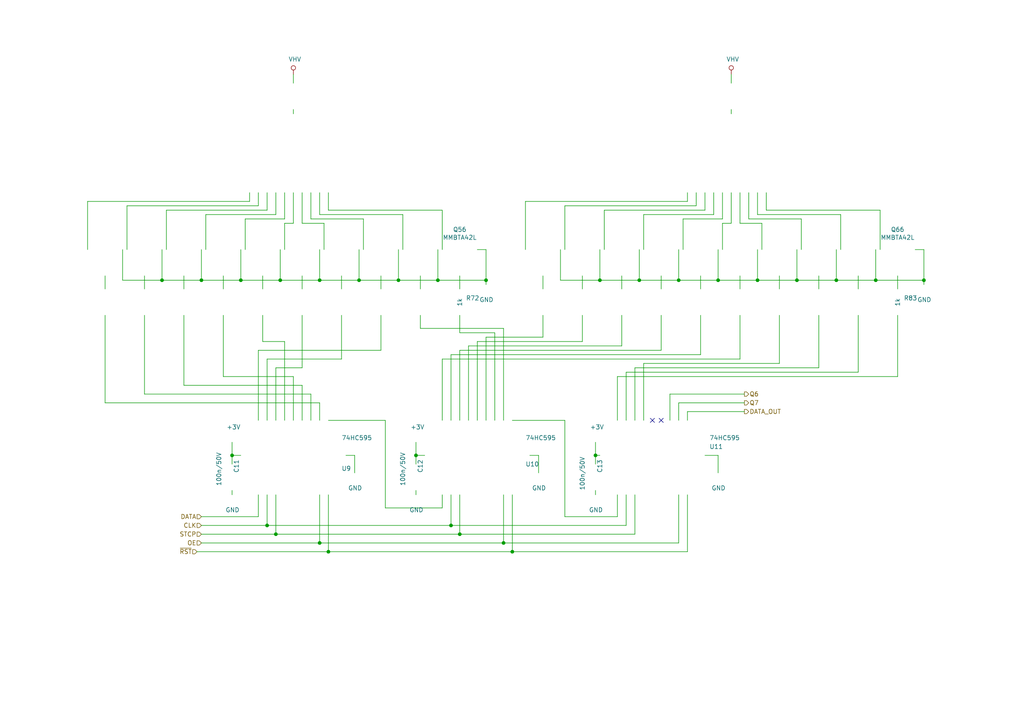
<source format=kicad_sch>
(kicad_sch (version 20210126) (generator eeschema)
  (paper "A4")
  (title_block (title "Noyce Joyce - Nixie Clock") (date "2020-08-21") (rev "100A") (company "Designed by Najtvis") (comment 4 "6x nixie tubes statically driven with adjustable anode voltage"))
  (lib_symbols
    (symbol "nixie_clock-rescue:VHV-power-nixie_clock-rescue" (power) (pin_names (offset 0))
      (property "Value" "VHV-power-nixie_clock-rescue" (at 0 3.81 0))
      (symbol "VHV-power-nixie_clock-rescue_0_1"
        (circle (center 0 1.905) (radius 0.635))
        (polyline (pts (xy 0 0) (xy 0 1.27)))
      )
      (symbol "VHV-power-nixie_clock-rescue_1_1"
        (pin power_in line (at 0 0 90) (length 0) hide (name "VHV") (number "1"))
      )
    )
  )
  (junction (at 46.99 81.28) (diameter 0.9144))
  (junction (at 58.42 81.28) (diameter 0.9144))
  (junction (at 67.31 132.08) (diameter 0.9144))
  (junction (at 69.85 81.28) (diameter 0.9144))
  (junction (at 77.47 152.4) (diameter 0.9144))
  (junction (at 80.01 154.94) (diameter 0.9144))
  (junction (at 81.28 81.28) (diameter 0.9144))
  (junction (at 92.71 81.28) (diameter 0.9144))
  (junction (at 92.71 157.48) (diameter 0.9144))
  (junction (at 95.25 160.02) (diameter 0.9144))
  (junction (at 104.14 81.28) (diameter 0.9144))
  (junction (at 115.57 81.28) (diameter 0.9144))
  (junction (at 120.65 132.08) (diameter 0.9144))
  (junction (at 127 81.28) (diameter 0.9144))
  (junction (at 130.81 152.4) (diameter 0.9144))
  (junction (at 133.35 154.94) (diameter 0.9144))
  (junction (at 140.97 81.28) (diameter 0.9144))
  (junction (at 146.05 157.48) (diameter 0.9144))
  (junction (at 148.59 160.02) (diameter 0.9144))
  (junction (at 172.72 132.08) (diameter 0.9144))
  (junction (at 173.99 81.28) (diameter 0.9144))
  (junction (at 185.42 81.28) (diameter 0.9144))
  (junction (at 196.85 81.28) (diameter 0.9144))
  (junction (at 208.28 81.28) (diameter 0.9144))
  (junction (at 219.71 81.28) (diameter 0.9144))
  (junction (at 231.14 81.28) (diameter 0.9144))
  (junction (at 242.57 81.28) (diameter 0.9144))
  (junction (at 254 81.28) (diameter 0.9144))
  (junction (at 267.97 81.28) (diameter 0.9144))
  (no_connect (at 189.23 121.92))
  (no_connect (at 191.77 121.92))
  (wire (pts (xy 25.4 58.42) (xy 72.39 58.42)))
  (wire (pts (xy 25.4 72.39) (xy 25.4 58.42)))
  (wire (pts (xy 30.48 83.82) (xy 30.48 80.01)))
  (wire (pts (xy 30.48 116.84) (xy 30.48 91.44)))
  (wire (pts (xy 30.48 116.84) (xy 92.71 116.84)))
  (wire (pts (xy 35.56 72.39) (xy 35.56 81.28)))
  (wire (pts (xy 35.56 81.28) (xy 46.99 81.28)))
  (wire (pts (xy 36.83 59.69) (xy 74.93 59.69)))
  (wire (pts (xy 36.83 72.39) (xy 36.83 59.69)))
  (wire (pts (xy 41.91 80.01) (xy 41.91 83.82)))
  (wire (pts (xy 41.91 114.3) (xy 41.91 91.44)))
  (wire (pts (xy 41.91 114.3) (xy 90.17 114.3)))
  (wire (pts (xy 46.99 72.39) (xy 46.99 81.28)))
  (wire (pts (xy 46.99 81.28) (xy 58.42 81.28)))
  (wire (pts (xy 48.26 60.96) (xy 48.26 72.39)))
  (wire (pts (xy 53.34 83.82) (xy 53.34 80.01)))
  (wire (pts (xy 53.34 111.76) (xy 53.34 91.44)))
  (wire (pts (xy 53.34 111.76) (xy 87.63 111.76)))
  (wire (pts (xy 57.15 160.02) (xy 95.25 160.02)))
  (wire (pts (xy 58.42 72.39) (xy 58.42 81.28)))
  (wire (pts (xy 58.42 81.28) (xy 69.85 81.28)))
  (wire (pts (xy 58.42 149.86) (xy 74.93 149.86)))
  (wire (pts (xy 58.42 152.4) (xy 77.47 152.4)))
  (wire (pts (xy 58.42 154.94) (xy 80.01 154.94)))
  (wire (pts (xy 58.42 157.48) (xy 92.71 157.48)))
  (wire (pts (xy 59.69 62.23) (xy 80.01 62.23)))
  (wire (pts (xy 59.69 72.39) (xy 59.69 62.23)))
  (wire (pts (xy 64.77 80.01) (xy 64.77 83.82)))
  (wire (pts (xy 64.77 109.22) (xy 64.77 91.44)))
  (wire (pts (xy 64.77 109.22) (xy 85.09 109.22)))
  (wire (pts (xy 67.31 132.08) (xy 67.31 128.27)))
  (wire (pts (xy 67.31 134.62) (xy 67.31 132.08)))
  (wire (pts (xy 67.31 143.51) (xy 67.31 142.24)))
  (wire (pts (xy 69.85 72.39) (xy 69.85 81.28)))
  (wire (pts (xy 69.85 81.28) (xy 81.28 81.28)))
  (wire (pts (xy 69.85 132.08) (xy 67.31 132.08)))
  (wire (pts (xy 71.12 63.5) (xy 71.12 72.39)))
  (wire (pts (xy 72.39 58.42) (xy 72.39 55.88)))
  (wire (pts (xy 74.93 59.69) (xy 74.93 55.88)))
  (wire (pts (xy 74.93 101.6) (xy 74.93 121.92)))
  (wire (pts (xy 74.93 101.6) (xy 110.49 101.6)))
  (wire (pts (xy 74.93 149.86) (xy 74.93 143.51)))
  (wire (pts (xy 76.2 83.82) (xy 76.2 80.01)))
  (wire (pts (xy 76.2 99.06) (xy 76.2 91.44)))
  (wire (pts (xy 76.2 99.06) (xy 82.55 99.06)))
  (wire (pts (xy 77.47 55.88) (xy 77.47 60.96)))
  (wire (pts (xy 77.47 60.96) (xy 48.26 60.96)))
  (wire (pts (xy 77.47 104.14) (xy 77.47 121.92)))
  (wire (pts (xy 77.47 104.14) (xy 99.06 104.14)))
  (wire (pts (xy 77.47 152.4) (xy 77.47 143.51)))
  (wire (pts (xy 77.47 152.4) (xy 130.81 152.4)))
  (wire (pts (xy 80.01 62.23) (xy 80.01 55.88)))
  (wire (pts (xy 80.01 106.68) (xy 80.01 121.92)))
  (wire (pts (xy 80.01 143.51) (xy 80.01 154.94)))
  (wire (pts (xy 80.01 154.94) (xy 133.35 154.94)))
  (wire (pts (xy 81.28 72.39) (xy 81.28 81.28)))
  (wire (pts (xy 81.28 81.28) (xy 92.71 81.28)))
  (wire (pts (xy 82.55 55.88) (xy 82.55 63.5)))
  (wire (pts (xy 82.55 63.5) (xy 71.12 63.5)))
  (wire (pts (xy 82.55 64.77) (xy 85.09 64.77)))
  (wire (pts (xy 82.55 72.39) (xy 82.55 64.77)))
  (wire (pts (xy 82.55 99.06) (xy 82.55 121.92)))
  (wire (pts (xy 85.09 24.13) (xy 85.09 21.59)))
  (wire (pts (xy 85.09 31.75) (xy 85.09 33.02)))
  (wire (pts (xy 85.09 64.77) (xy 85.09 55.88)))
  (wire (pts (xy 85.09 109.22) (xy 85.09 121.92)))
  (wire (pts (xy 87.63 55.88) (xy 87.63 64.77)))
  (wire (pts (xy 87.63 64.77) (xy 93.98 64.77)))
  (wire (pts (xy 87.63 80.01) (xy 87.63 83.82)))
  (wire (pts (xy 87.63 91.44) (xy 87.63 106.68)))
  (wire (pts (xy 87.63 106.68) (xy 80.01 106.68)))
  (wire (pts (xy 87.63 111.76) (xy 87.63 121.92)))
  (wire (pts (xy 90.17 63.5) (xy 90.17 55.88)))
  (wire (pts (xy 90.17 114.3) (xy 90.17 121.92)))
  (wire (pts (xy 92.71 62.23) (xy 92.71 55.88)))
  (wire (pts (xy 92.71 72.39) (xy 92.71 81.28)))
  (wire (pts (xy 92.71 81.28) (xy 104.14 81.28)))
  (wire (pts (xy 92.71 116.84) (xy 92.71 121.92)))
  (wire (pts (xy 92.71 143.51) (xy 92.71 157.48)))
  (wire (pts (xy 92.71 157.48) (xy 146.05 157.48)))
  (wire (pts (xy 93.98 64.77) (xy 93.98 72.39)))
  (wire (pts (xy 95.25 55.88) (xy 95.25 60.96)))
  (wire (pts (xy 95.25 60.96) (xy 128.27 60.96)))
  (wire (pts (xy 95.25 121.92) (xy 111.76 121.92)))
  (wire (pts (xy 95.25 143.51) (xy 95.25 160.02)))
  (wire (pts (xy 95.25 160.02) (xy 148.59 160.02)))
  (wire (pts (xy 99.06 83.82) (xy 99.06 80.01)))
  (wire (pts (xy 99.06 104.14) (xy 99.06 91.44)))
  (wire (pts (xy 100.33 132.08) (xy 102.87 132.08)))
  (wire (pts (xy 102.87 132.08) (xy 102.87 137.16)))
  (wire (pts (xy 104.14 72.39) (xy 104.14 81.28)))
  (wire (pts (xy 104.14 81.28) (xy 115.57 81.28)))
  (wire (pts (xy 105.41 63.5) (xy 90.17 63.5)))
  (wire (pts (xy 105.41 72.39) (xy 105.41 63.5)))
  (wire (pts (xy 110.49 80.01) (xy 110.49 83.82)))
  (wire (pts (xy 110.49 101.6) (xy 110.49 91.44)))
  (wire (pts (xy 111.76 121.92) (xy 111.76 147.32)))
  (wire (pts (xy 111.76 147.32) (xy 128.27 147.32)))
  (wire (pts (xy 115.57 72.39) (xy 115.57 81.28)))
  (wire (pts (xy 115.57 81.28) (xy 127 81.28)))
  (wire (pts (xy 116.84 62.23) (xy 92.71 62.23)))
  (wire (pts (xy 116.84 72.39) (xy 116.84 62.23)))
  (wire (pts (xy 120.65 132.08) (xy 120.65 128.27)))
  (wire (pts (xy 120.65 134.62) (xy 120.65 132.08)))
  (wire (pts (xy 120.65 142.24) (xy 120.65 143.51)))
  (wire (pts (xy 121.92 83.82) (xy 121.92 80.01)))
  (wire (pts (xy 121.92 91.44) (xy 121.92 95.25)))
  (wire (pts (xy 121.92 95.25) (xy 146.05 95.25)))
  (wire (pts (xy 123.19 132.08) (xy 120.65 132.08)))
  (wire (pts (xy 127 72.39) (xy 127 81.28)))
  (wire (pts (xy 127 81.28) (xy 140.97 81.28)))
  (wire (pts (xy 128.27 60.96) (xy 128.27 72.39)))
  (wire (pts (xy 128.27 104.14) (xy 128.27 121.92)))
  (wire (pts (xy 128.27 104.14) (xy 214.63 104.14)))
  (wire (pts (xy 128.27 147.32) (xy 128.27 143.51)))
  (wire (pts (xy 130.81 102.87) (xy 130.81 121.92)))
  (wire (pts (xy 130.81 102.87) (xy 203.2 102.87)))
  (wire (pts (xy 130.81 143.51) (xy 130.81 152.4)))
  (wire (pts (xy 130.81 152.4) (xy 181.61 152.4)))
  (wire (pts (xy 133.35 80.01) (xy 133.35 83.82)))
  (wire (pts (xy 133.35 96.52) (xy 133.35 91.44)))
  (wire (pts (xy 133.35 96.52) (xy 143.51 96.52)))
  (wire (pts (xy 133.35 101.6) (xy 133.35 121.92)))
  (wire (pts (xy 133.35 101.6) (xy 191.77 101.6)))
  (wire (pts (xy 133.35 143.51) (xy 133.35 154.94)))
  (wire (pts (xy 133.35 154.94) (xy 184.15 154.94)))
  (wire (pts (xy 135.89 100.33) (xy 135.89 121.92)))
  (wire (pts (xy 135.89 100.33) (xy 180.34 100.33)))
  (wire (pts (xy 138.43 72.39) (xy 140.97 72.39)))
  (wire (pts (xy 138.43 121.92) (xy 138.43 99.06)))
  (wire (pts (xy 140.97 72.39) (xy 140.97 81.28)))
  (wire (pts (xy 140.97 81.28) (xy 140.97 82.55)))
  (wire (pts (xy 140.97 97.79) (xy 140.97 121.92)))
  (wire (pts (xy 140.97 97.79) (xy 157.48 97.79)))
  (wire (pts (xy 143.51 96.52) (xy 143.51 121.92)))
  (wire (pts (xy 146.05 95.25) (xy 146.05 121.92)))
  (wire (pts (xy 146.05 143.51) (xy 146.05 157.48)))
  (wire (pts (xy 146.05 157.48) (xy 196.85 157.48)))
  (wire (pts (xy 148.59 121.92) (xy 163.83 121.92)))
  (wire (pts (xy 148.59 143.51) (xy 148.59 160.02)))
  (wire (pts (xy 148.59 160.02) (xy 199.39 160.02)))
  (wire (pts (xy 152.4 58.42) (xy 199.39 58.42)))
  (wire (pts (xy 152.4 72.39) (xy 152.4 58.42)))
  (wire (pts (xy 153.67 132.08) (xy 156.21 132.08)))
  (wire (pts (xy 156.21 132.08) (xy 156.21 137.16)))
  (wire (pts (xy 157.48 83.82) (xy 157.48 80.01)))
  (wire (pts (xy 157.48 97.79) (xy 157.48 91.44)))
  (wire (pts (xy 162.56 72.39) (xy 162.56 81.28)))
  (wire (pts (xy 162.56 81.28) (xy 173.99 81.28)))
  (wire (pts (xy 163.83 59.69) (xy 201.93 59.69)))
  (wire (pts (xy 163.83 72.39) (xy 163.83 59.69)))
  (wire (pts (xy 163.83 121.92) (xy 163.83 149.86)))
  (wire (pts (xy 163.83 149.86) (xy 179.07 149.86)))
  (wire (pts (xy 168.91 80.01) (xy 168.91 83.82)))
  (wire (pts (xy 168.91 91.44) (xy 168.91 99.06)))
  (wire (pts (xy 168.91 99.06) (xy 138.43 99.06)))
  (wire (pts (xy 172.72 132.08) (xy 172.72 128.27)))
  (wire (pts (xy 172.72 132.08) (xy 172.72 134.62)))
  (wire (pts (xy 172.72 142.24) (xy 172.72 143.51)))
  (wire (pts (xy 173.99 72.39) (xy 173.99 81.28)))
  (wire (pts (xy 173.99 81.28) (xy 185.42 81.28)))
  (wire (pts (xy 173.99 132.08) (xy 172.72 132.08)))
  (wire (pts (xy 175.26 60.96) (xy 175.26 72.39)))
  (wire (pts (xy 179.07 109.22) (xy 179.07 121.92)))
  (wire (pts (xy 179.07 109.22) (xy 260.35 109.22)))
  (wire (pts (xy 179.07 149.86) (xy 179.07 143.51)))
  (wire (pts (xy 180.34 83.82) (xy 180.34 80.01)))
  (wire (pts (xy 180.34 100.33) (xy 180.34 91.44)))
  (wire (pts (xy 181.61 107.95) (xy 181.61 121.92)))
  (wire (pts (xy 181.61 107.95) (xy 248.92 107.95)))
  (wire (pts (xy 181.61 152.4) (xy 181.61 143.51)))
  (wire (pts (xy 184.15 121.92) (xy 184.15 106.68)))
  (wire (pts (xy 184.15 154.94) (xy 184.15 143.51)))
  (wire (pts (xy 185.42 72.39) (xy 185.42 81.28)))
  (wire (pts (xy 185.42 81.28) (xy 196.85 81.28)))
  (wire (pts (xy 186.69 62.23) (xy 207.01 62.23)))
  (wire (pts (xy 186.69 72.39) (xy 186.69 62.23)))
  (wire (pts (xy 186.69 105.41) (xy 186.69 121.92)))
  (wire (pts (xy 186.69 105.41) (xy 226.06 105.41)))
  (wire (pts (xy 191.77 80.01) (xy 191.77 83.82)))
  (wire (pts (xy 191.77 91.44) (xy 191.77 101.6)))
  (wire (pts (xy 194.31 114.3) (xy 215.9 114.3)))
  (wire (pts (xy 194.31 121.92) (xy 194.31 114.3)))
  (wire (pts (xy 196.85 72.39) (xy 196.85 81.28)))
  (wire (pts (xy 196.85 81.28) (xy 208.28 81.28)))
  (wire (pts (xy 196.85 116.84) (xy 215.9 116.84)))
  (wire (pts (xy 196.85 121.92) (xy 196.85 116.84)))
  (wire (pts (xy 196.85 157.48) (xy 196.85 143.51)))
  (wire (pts (xy 198.12 63.5) (xy 198.12 72.39)))
  (wire (pts (xy 199.39 58.42) (xy 199.39 55.88)))
  (wire (pts (xy 199.39 119.38) (xy 215.9 119.38)))
  (wire (pts (xy 199.39 121.92) (xy 199.39 119.38)))
  (wire (pts (xy 199.39 160.02) (xy 199.39 143.51)))
  (wire (pts (xy 201.93 59.69) (xy 201.93 55.88)))
  (wire (pts (xy 203.2 83.82) (xy 203.2 80.01)))
  (wire (pts (xy 203.2 102.87) (xy 203.2 91.44)))
  (wire (pts (xy 204.47 55.88) (xy 204.47 60.96)))
  (wire (pts (xy 204.47 60.96) (xy 175.26 60.96)))
  (wire (pts (xy 204.47 132.08) (xy 208.28 132.08)))
  (wire (pts (xy 207.01 62.23) (xy 207.01 55.88)))
  (wire (pts (xy 208.28 72.39) (xy 208.28 81.28)))
  (wire (pts (xy 208.28 81.28) (xy 219.71 81.28)))
  (wire (pts (xy 208.28 132.08) (xy 208.28 137.16)))
  (wire (pts (xy 209.55 55.88) (xy 209.55 63.5)))
  (wire (pts (xy 209.55 63.5) (xy 198.12 63.5)))
  (wire (pts (xy 209.55 64.77) (xy 212.09 64.77)))
  (wire (pts (xy 209.55 72.39) (xy 209.55 64.77)))
  (wire (pts (xy 212.09 24.13) (xy 212.09 21.59)))
  (wire (pts (xy 212.09 31.75) (xy 212.09 33.02)))
  (wire (pts (xy 212.09 64.77) (xy 212.09 55.88)))
  (wire (pts (xy 214.63 55.88) (xy 214.63 64.77)))
  (wire (pts (xy 214.63 64.77) (xy 220.98 64.77)))
  (wire (pts (xy 214.63 80.01) (xy 214.63 83.82)))
  (wire (pts (xy 214.63 91.44) (xy 214.63 104.14)))
  (wire (pts (xy 217.17 63.5) (xy 217.17 55.88)))
  (wire (pts (xy 219.71 62.23) (xy 219.71 55.88)))
  (wire (pts (xy 219.71 72.39) (xy 219.71 81.28)))
  (wire (pts (xy 219.71 81.28) (xy 231.14 81.28)))
  (wire (pts (xy 220.98 64.77) (xy 220.98 72.39)))
  (wire (pts (xy 222.25 55.88) (xy 222.25 60.96)))
  (wire (pts (xy 222.25 60.96) (xy 255.27 60.96)))
  (wire (pts (xy 226.06 83.82) (xy 226.06 80.01)))
  (wire (pts (xy 226.06 105.41) (xy 226.06 91.44)))
  (wire (pts (xy 231.14 72.39) (xy 231.14 81.28)))
  (wire (pts (xy 231.14 81.28) (xy 242.57 81.28)))
  (wire (pts (xy 232.41 63.5) (xy 217.17 63.5)))
  (wire (pts (xy 232.41 72.39) (xy 232.41 63.5)))
  (wire (pts (xy 237.49 80.01) (xy 237.49 83.82)))
  (wire (pts (xy 237.49 91.44) (xy 237.49 106.68)))
  (wire (pts (xy 237.49 106.68) (xy 184.15 106.68)))
  (wire (pts (xy 242.57 72.39) (xy 242.57 81.28)))
  (wire (pts (xy 242.57 81.28) (xy 254 81.28)))
  (wire (pts (xy 243.84 62.23) (xy 219.71 62.23)))
  (wire (pts (xy 243.84 72.39) (xy 243.84 62.23)))
  (wire (pts (xy 248.92 83.82) (xy 248.92 80.01)))
  (wire (pts (xy 248.92 107.95) (xy 248.92 91.44)))
  (wire (pts (xy 254 72.39) (xy 254 81.28)))
  (wire (pts (xy 254 81.28) (xy 267.97 81.28)))
  (wire (pts (xy 255.27 60.96) (xy 255.27 72.39)))
  (wire (pts (xy 260.35 80.01) (xy 260.35 83.82)))
  (wire (pts (xy 260.35 109.22) (xy 260.35 91.44)))
  (wire (pts (xy 265.43 72.39) (xy 267.97 72.39)))
  (wire (pts (xy 267.97 72.39) (xy 267.97 81.28)))
  (wire (pts (xy 267.97 81.28) (xy 267.97 82.55)))
  (hierarchical_label "~RST" (shape input) (at 57.15 160.02 180))
  (hierarchical_label "DATA" (shape input) (at 58.42 149.86 180))
  (hierarchical_label "CLK" (shape input) (at 58.42 152.4 180))
  (hierarchical_label "STCP" (shape input) (at 58.42 154.94 180))
  (hierarchical_label "OE" (shape input) (at 58.42 157.48 180))
  (hierarchical_label "Q6" (shape output) (at 215.9 114.3 0))
  (hierarchical_label "Q7" (shape output) (at 215.9 116.84 0))
  (hierarchical_label "DATA_OUT" (shape output) (at 215.9 119.38 0))
  (symbol (lib_id "nixie_clock-rescue:VHV-power-nixie_clock-rescue") (at 85.09 21.59 0)
    (property "Reference" "#PWR0125" (effects hide))
    (property "Value" "VHV" (at 85.5218 17.1958 0))
  )
  (symbol (lib_id "nixie_clock-rescue:VHV-power-nixie_clock-rescue") (at 212.09 21.59 0)
    (property "Reference" "#PWR0124" (effects hide))
    (property "Value" "VHV" (at 212.5218 17.1958 0))
  )
  (symbol (lib_id "nixie_clock-rescue:MMBTA42L-transistors") (at 30.48 74.93 90)
    (property "Reference" "Q47" (at 30.48 66.5734 90))
    (property "Value" "MMBTA42L" (at 30.48 68.8848 90))
    (property "Footprint" "TO_SOT_Packages_SMD:SOT-23" (effects hide))
    (property "V1" "1" (effects hide))
    (property "V2" "1" (effects hide))
    (property "V3" "1" (effects hide))
    (property "V4" "1" (effects hide))
    (property "V5" "1" (effects hide))
    (property "PN" "MMBTA42LT1G" (effects hide))
  )
  (symbol (lib_id "nixie_clock-rescue:R-passive") (at 30.48 87.63 0)
    (property "Reference" "R62" (at 32.258 86.4616 0) (effects (justify left)))
    (property "Value" "1k" (at 30.48 88.9 90) (effects (justify left)))
    (property "Footprint" "passive:R_0603" (effects hide))
    (property "V1" "1" (effects hide))
    (property "V2" "1" (effects hide))
    (property "V3" "1" (effects hide))
    (property "V4" "1" (effects hide))
    (property "V5" "1" (effects hide))
    (property "PN" "RC0603FR-071KL" (effects hide))
  )
  (symbol (lib_id "nixie_clock-rescue:MMBTA42L-transistors") (at 41.91 74.93 90)
    (property "Reference" "Q48" (at 41.91 66.5734 90))
    (property "Value" "MMBTA42L" (at 41.91 68.8848 90))
    (property "Footprint" "TO_SOT_Packages_SMD:SOT-23" (effects hide))
    (property "V1" "1" (effects hide))
    (property "V2" "1" (effects hide))
    (property "V3" "1" (effects hide))
    (property "V4" "1" (effects hide))
    (property "V5" "1" (effects hide))
    (property "PN" "MMBTA42LT1G" (effects hide))
  )
  (symbol (lib_id "nixie_clock-rescue:R-passive") (at 41.91 87.63 0)
    (property "Reference" "R63" (at 43.688 86.4616 0) (effects (justify left)))
    (property "Value" "1k" (at 41.91 88.9 90) (effects (justify left)))
    (property "Footprint" "passive:R_0603" (effects hide))
    (property "V1" "1" (effects hide))
    (property "V2" "1" (effects hide))
    (property "V3" "1" (effects hide))
    (property "V4" "1" (effects hide))
    (property "V5" "1" (effects hide))
    (property "PN" "RC0603FR-071KL" (effects hide))
  )
  (symbol (lib_id "nixie_clock-rescue:MMBTA42L-transistors") (at 53.34 74.93 90)
    (property "Reference" "Q49" (at 53.34 66.5734 90))
    (property "Value" "MMBTA42L" (at 53.34 68.8848 90))
    (property "Footprint" "TO_SOT_Packages_SMD:SOT-23" (effects hide))
    (property "V1" "1" (effects hide))
    (property "V2" "1" (effects hide))
    (property "V3" "1" (effects hide))
    (property "V4" "1" (effects hide))
    (property "V5" "1" (effects hide))
    (property "PN" "MMBTA42LT1G" (effects hide))
  )
  (symbol (lib_id "nixie_clock-rescue:R-passive") (at 53.34 87.63 0)
    (property "Reference" "R64" (at 55.118 86.4616 0) (effects (justify left)))
    (property "Value" "1k" (at 53.34 88.9 90) (effects (justify left)))
    (property "Footprint" "passive:R_0603" (effects hide))
    (property "V1" "1" (effects hide))
    (property "V2" "1" (effects hide))
    (property "V3" "1" (effects hide))
    (property "V4" "1" (effects hide))
    (property "V5" "1" (effects hide))
    (property "PN" "RC0603FR-071KL" (effects hide))
  )
  (symbol (lib_id "nixie_clock-rescue:MMBTA42L-transistors") (at 64.77 74.93 90)
    (property "Reference" "Q50" (at 64.77 66.5734 90))
    (property "Value" "MMBTA42L" (at 64.77 68.8848 90))
    (property "Footprint" "TO_SOT_Packages_SMD:SOT-23" (effects hide))
    (property "V1" "1" (effects hide))
    (property "V2" "1" (effects hide))
    (property "V3" "1" (effects hide))
    (property "V4" "1" (effects hide))
    (property "V5" "1" (effects hide))
    (property "PN" "MMBTA42LT1G" (effects hide))
  )
  (symbol (lib_id "nixie_clock-rescue:R-passive") (at 64.77 87.63 0)
    (property "Reference" "R65" (at 66.548 86.4616 0) (effects (justify left)))
    (property "Value" "1k" (at 64.77 88.9 90) (effects (justify left)))
    (property "Footprint" "passive:R_0603" (effects hide))
    (property "V1" "1" (effects hide))
    (property "V2" "1" (effects hide))
    (property "V3" "1" (effects hide))
    (property "V4" "1" (effects hide))
    (property "V5" "1" (effects hide))
    (property "PN" "RC0603FR-071KL" (effects hide))
  )
  (symbol (lib_id "nixie_clock-rescue:+3V-power") (at 67.31 128.27 0)
    (property "Reference" "#PWR052" (effects hide))
    (property "Value" "+3V" (at 67.7418 123.8758 0))
  )
  (symbol (lib_id "nixie_clock-rescue:100n_50V-passive") (at 67.31 138.43 0) (mirror x)
    (property "Reference" "C11" (at 68.58 137.16 90) (effects (justify right)))
    (property "Value" "100n/50V" (at 63.5 140.97 90) (effects (justify right)))
    (property "Footprint" "passive:C_0603" (effects hide))
    (property "V1" "1" (effects hide))
    (property "V2" "1" (effects hide))
    (property "V3" "1" (effects hide))
    (property "V4" "1" (effects hide))
    (property "V5" "1" (effects hide))
    (property "PN" "CL10B104KB8NNNC" (effects hide))
  )
  (symbol (lib_id "nixie_clock-rescue:GND-power") (at 67.31 143.51 0)
    (property "Reference" "#PWR053" (effects hide))
    (property "Value" "GND" (at 67.437 147.9042 0))
  )
  (symbol (lib_id "nixie_clock-rescue:MMBTA42L-transistors") (at 76.2 74.93 90)
    (property "Reference" "Q51" (at 76.2 66.5734 90))
    (property "Value" "MMBTA42L" (at 76.2 68.8848 90))
    (property "Footprint" "TO_SOT_Packages_SMD:SOT-23" (effects hide))
    (property "V1" "1" (effects hide))
    (property "V2" "1" (effects hide))
    (property "V3" "1" (effects hide))
    (property "V4" "1" (effects hide))
    (property "V5" "1" (effects hide))
    (property "PN" "MMBTA42LT1G" (effects hide))
  )
  (symbol (lib_id "nixie_clock-rescue:R-passive") (at 76.2 87.63 0)
    (property "Reference" "R66" (at 77.978 86.4616 0) (effects (justify left)))
    (property "Value" "1k" (at 76.2 88.9 90) (effects (justify left)))
    (property "Footprint" "passive:R_0603" (effects hide))
    (property "V1" "1" (effects hide))
    (property "V2" "1" (effects hide))
    (property "V3" "1" (effects hide))
    (property "V4" "1" (effects hide))
    (property "V5" "1" (effects hide))
    (property "PN" "RC0603FR-071KL" (effects hide))
  )
  (symbol (lib_id "nixie_clock-rescue:R-passive") (at 85.09 27.94 180)
    (property "Reference" "R67" (at 83.312 29.1084 0) (effects (justify left)))
    (property "Value" "22k" (at 85.09 26.67 90) (effects (justify left)))
    (property "Footprint" "passive:R_1206" (effects hide))
    (property "V1" "1" (effects hide))
    (property "V2" "1" (effects hide))
    (property "V3" "1" (effects hide))
    (property "V4" "1" (effects hide))
    (property "V5" "1" (effects hide))
    (property "PN" "CRCW120622K0FKEA" (effects hide))
  )
  (symbol (lib_id "nixie_clock-rescue:IN-12A-russian-nixies") (at 85.09 43.18 90)
    (property "Reference" "N9" (at 102.9462 43.2816 90) (effects (justify right)))
    (property "Value" "IN-12A" (at 102.9462 45.593 90) (effects (justify right)))
    (property "Footprint" "Nixie_Tube:russian-nixies-IN-12" (effects hide))
  )
  (symbol (lib_id "nixie_clock-rescue:74HCT595-IC") (at 85.09 132.08 90)
    (property "Reference" "U9" (at 99.06 135.89 90) (effects (justify right)))
    (property "Value" "74HC595" (at 99.06 127 90) (effects (justify right)))
    (property "Footprint" "Housings_SSOP:TSSOP-16_4.4x5mm_Pitch0.65mm" (effects hide))
    (property "V1" "1" (effects hide))
    (property "V2" "1" (effects hide))
    (property "V3" "1" (effects hide))
    (property "V4" "1" (effects hide))
    (property "V5" "1" (effects hide))
    (property "PN" "74HC595PW" (effects hide))
  )
  (symbol (lib_id "nixie_clock-rescue:MMBTA42L-transistors") (at 87.63 74.93 90)
    (property "Reference" "Q52" (at 87.63 66.5734 90))
    (property "Value" "MMBTA42L" (at 87.63 68.8848 90))
    (property "Footprint" "TO_SOT_Packages_SMD:SOT-23" (effects hide))
    (property "V1" "1" (effects hide))
    (property "V2" "1" (effects hide))
    (property "V3" "1" (effects hide))
    (property "V4" "1" (effects hide))
    (property "V5" "1" (effects hide))
    (property "PN" "MMBTA42LT1G" (effects hide))
  )
  (symbol (lib_id "nixie_clock-rescue:R-passive") (at 87.63 87.63 0)
    (property "Reference" "R68" (at 89.408 86.4616 0) (effects (justify left)))
    (property "Value" "1k" (at 87.63 88.9 90) (effects (justify left)))
    (property "Footprint" "passive:R_0603" (effects hide))
    (property "V1" "1" (effects hide))
    (property "V2" "1" (effects hide))
    (property "V3" "1" (effects hide))
    (property "V4" "1" (effects hide))
    (property "V5" "1" (effects hide))
    (property "PN" "RC0603FR-071KL" (effects hide))
  )
  (symbol (lib_id "nixie_clock-rescue:MMBTA42L-transistors") (at 99.06 74.93 90)
    (property "Reference" "Q53" (at 99.06 66.5734 90))
    (property "Value" "MMBTA42L" (at 99.06 68.8848 90))
    (property "Footprint" "TO_SOT_Packages_SMD:SOT-23" (effects hide))
    (property "V1" "1" (effects hide))
    (property "V2" "1" (effects hide))
    (property "V3" "1" (effects hide))
    (property "V4" "1" (effects hide))
    (property "V5" "1" (effects hide))
    (property "PN" "MMBTA42LT1G" (effects hide))
  )
  (symbol (lib_id "nixie_clock-rescue:R-passive") (at 99.06 87.63 0)
    (property "Reference" "R69" (at 100.838 86.4616 0) (effects (justify left)))
    (property "Value" "1k" (at 99.06 88.9 90) (effects (justify left)))
    (property "Footprint" "passive:R_0603" (effects hide))
    (property "V1" "1" (effects hide))
    (property "V2" "1" (effects hide))
    (property "V3" "1" (effects hide))
    (property "V4" "1" (effects hide))
    (property "V5" "1" (effects hide))
    (property "PN" "RC0603FR-071KL" (effects hide))
  )
  (symbol (lib_id "nixie_clock-rescue:GND-power") (at 102.87 137.16 0)
    (property "Reference" "#PWR055" (effects hide))
    (property "Value" "GND" (at 102.997 141.5542 0))
  )
  (symbol (lib_id "nixie_clock-rescue:MMBTA42L-transistors") (at 110.49 74.93 90)
    (property "Reference" "Q54" (at 110.49 66.5734 90))
    (property "Value" "MMBTA42L" (at 110.49 68.8848 90))
    (property "Footprint" "TO_SOT_Packages_SMD:SOT-23" (effects hide))
    (property "V1" "1" (effects hide))
    (property "V2" "1" (effects hide))
    (property "V3" "1" (effects hide))
    (property "V4" "1" (effects hide))
    (property "V5" "1" (effects hide))
    (property "PN" "MMBTA42LT1G" (effects hide))
  )
  (symbol (lib_id "nixie_clock-rescue:R-passive") (at 110.49 87.63 0)
    (property "Reference" "R70" (at 112.268 86.4616 0) (effects (justify left)))
    (property "Value" "1k" (at 110.49 88.9 90) (effects (justify left)))
    (property "Footprint" "passive:R_0603" (effects hide))
    (property "V1" "1" (effects hide))
    (property "V2" "1" (effects hide))
    (property "V3" "1" (effects hide))
    (property "V4" "1" (effects hide))
    (property "V5" "1" (effects hide))
    (property "PN" "RC0603FR-071KL" (effects hide))
  )
  (symbol (lib_id "nixie_clock-rescue:+3V-power") (at 120.65 128.27 0)
    (property "Reference" "#PWR056" (effects hide))
    (property "Value" "+3V" (at 121.0818 123.8758 0))
  )
  (symbol (lib_id "nixie_clock-rescue:100n_50V-passive") (at 120.65 138.43 0) (mirror x)
    (property "Reference" "C12" (at 121.92 137.16 90) (effects (justify right)))
    (property "Value" "100n/50V" (at 116.84 140.97 90) (effects (justify right)))
    (property "Footprint" "passive:C_0603" (effects hide))
    (property "V1" "1" (effects hide))
    (property "V2" "1" (effects hide))
    (property "V3" "1" (effects hide))
    (property "V4" "1" (effects hide))
    (property "V5" "1" (effects hide))
    (property "PN" "CL10B104KB8NNNC" (effects hide))
  )
  (symbol (lib_id "nixie_clock-rescue:GND-power") (at 120.65 143.51 0)
    (property "Reference" "#PWR057" (effects hide))
    (property "Value" "GND" (at 120.777 147.9042 0))
  )
  (symbol (lib_id "nixie_clock-rescue:MMBTA42L-transistors") (at 121.92 74.93 90)
    (property "Reference" "Q55" (at 121.92 66.5734 90))
    (property "Value" "MMBTA42L" (at 121.92 68.8848 90))
    (property "Footprint" "TO_SOT_Packages_SMD:SOT-23" (effects hide))
    (property "V1" "1" (effects hide))
    (property "V2" "1" (effects hide))
    (property "V3" "1" (effects hide))
    (property "V4" "1" (effects hide))
    (property "V5" "1" (effects hide))
    (property "PN" "MMBTA42LT1G" (effects hide))
  )
  (symbol (lib_id "nixie_clock-rescue:R-passive") (at 121.92 87.63 0)
    (property "Reference" "R71" (at 123.698 86.4616 0) (effects (justify left)))
    (property "Value" "1k" (at 121.92 88.9 90) (effects (justify left)))
    (property "Footprint" "passive:R_0603" (effects hide))
    (property "V1" "1" (effects hide))
    (property "V2" "1" (effects hide))
    (property "V3" "1" (effects hide))
    (property "V4" "1" (effects hide))
    (property "V5" "1" (effects hide))
    (property "PN" "RC0603FR-071KL" (effects hide))
  )
  (symbol (lib_id "nixie_clock-rescue:MMBTA42L-transistors") (at 133.35 74.93 90)
    (property "Reference" "Q56" (at 133.35 66.5734 90))
    (property "Value" "MMBTA42L" (at 133.35 68.8848 90))
    (property "Footprint" "TO_SOT_Packages_SMD:SOT-23" (effects hide))
    (property "V1" "1" (effects hide))
    (property "V2" "1" (effects hide))
    (property "V3" "1" (effects hide))
    (property "V4" "1" (effects hide))
    (property "V5" "1" (effects hide))
    (property "PN" "MMBTA42LT1G" (effects hide))
  )
  (symbol (lib_id "nixie_clock-rescue:R-passive") (at 133.35 87.63 0)
    (property "Reference" "R72" (at 135.128 86.4616 0) (effects (justify left)))
    (property "Value" "1k" (at 133.35 88.9 90) (effects (justify left)))
    (property "Footprint" "passive:R_0603" (effects hide))
    (property "V1" "1" (effects hide))
    (property "V2" "1" (effects hide))
    (property "V3" "1" (effects hide))
    (property "V4" "1" (effects hide))
    (property "V5" "1" (effects hide))
    (property "PN" "RC0603FR-071KL" (effects hide))
  )
  (symbol (lib_id "nixie_clock-rescue:74HCT595-IC") (at 138.43 132.08 90)
    (property "Reference" "U10" (at 152.4 134.62 90) (effects (justify right)))
    (property "Value" "74HC595" (at 152.4 127 90) (effects (justify right)))
    (property "Footprint" "Housings_SSOP:TSSOP-16_4.4x5mm_Pitch0.65mm" (effects hide))
    (property "V1" "1" (effects hide))
    (property "V2" "1" (effects hide))
    (property "V3" "1" (effects hide))
    (property "V4" "1" (effects hide))
    (property "V5" "1" (effects hide))
    (property "PN" "74HC595PW" (effects hide))
  )
  (symbol (lib_id "nixie_clock-rescue:GND-power") (at 140.97 82.55 0)
    (property "Reference" "#PWR058" (effects hide))
    (property "Value" "GND" (at 141.097 86.9442 0))
  )
  (symbol (lib_id "nixie_clock-rescue:GND-power") (at 156.21 137.16 0)
    (property "Reference" "#PWR059" (effects hide))
    (property "Value" "GND" (at 156.337 141.5542 0))
  )
  (symbol (lib_id "nixie_clock-rescue:MMBTA42L-transistors") (at 157.48 74.93 90)
    (property "Reference" "Q57" (at 157.48 66.5734 90))
    (property "Value" "MMBTA42L" (at 157.48 68.8848 90))
    (property "Footprint" "TO_SOT_Packages_SMD:SOT-23" (effects hide))
    (property "V1" "1" (effects hide))
    (property "V2" "1" (effects hide))
    (property "V3" "1" (effects hide))
    (property "V4" "1" (effects hide))
    (property "V5" "1" (effects hide))
    (property "PN" "MMBTA42LT1G" (effects hide))
  )
  (symbol (lib_id "nixie_clock-rescue:R-passive") (at 157.48 87.63 0)
    (property "Reference" "R73" (at 159.258 86.4616 0) (effects (justify left)))
    (property "Value" "1k" (at 157.48 88.9 90) (effects (justify left)))
    (property "Footprint" "passive:R_0603" (effects hide))
    (property "V1" "1" (effects hide))
    (property "V2" "1" (effects hide))
    (property "V3" "1" (effects hide))
    (property "V4" "1" (effects hide))
    (property "V5" "1" (effects hide))
    (property "PN" "RC0603FR-071KL" (effects hide))
  )
  (symbol (lib_id "nixie_clock-rescue:MMBTA42L-transistors") (at 168.91 74.93 90)
    (property "Reference" "Q58" (at 168.91 66.5734 90))
    (property "Value" "MMBTA42L" (at 168.91 68.8848 90))
    (property "Footprint" "TO_SOT_Packages_SMD:SOT-23" (effects hide))
    (property "V1" "1" (effects hide))
    (property "V2" "1" (effects hide))
    (property "V3" "1" (effects hide))
    (property "V4" "1" (effects hide))
    (property "V5" "1" (effects hide))
    (property "PN" "MMBTA42LT1G" (effects hide))
  )
  (symbol (lib_id "nixie_clock-rescue:R-passive") (at 168.91 87.63 0)
    (property "Reference" "R74" (at 170.688 86.4616 0) (effects (justify left)))
    (property "Value" "1k" (at 168.91 88.9 90) (effects (justify left)))
    (property "Footprint" "passive:R_0603" (effects hide))
    (property "V1" "1" (effects hide))
    (property "V2" "1" (effects hide))
    (property "V3" "1" (effects hide))
    (property "V4" "1" (effects hide))
    (property "V5" "1" (effects hide))
    (property "PN" "RC0603FR-071KL" (effects hide))
  )
  (symbol (lib_id "nixie_clock-rescue:+3V-power") (at 172.72 128.27 0)
    (property "Reference" "#PWR060" (effects hide))
    (property "Value" "+3V" (at 173.1518 123.8758 0))
  )
  (symbol (lib_id "nixie_clock-rescue:100n_50V-passive") (at 172.72 138.43 0) (mirror x)
    (property "Reference" "C13" (at 173.99 137.16 90) (effects (justify right)))
    (property "Value" "100n/50V" (at 168.91 142.24 90) (effects (justify right)))
    (property "Footprint" "passive:C_0603" (effects hide))
    (property "V1" "1" (effects hide))
    (property "V2" "1" (effects hide))
    (property "V3" "1" (effects hide))
    (property "V4" "1" (effects hide))
    (property "V5" "1" (effects hide))
    (property "PN" "CL10B104KB8NNNC" (effects hide))
  )
  (symbol (lib_id "nixie_clock-rescue:GND-power") (at 172.72 143.51 0)
    (property "Reference" "#PWR061" (effects hide))
    (property "Value" "GND" (at 172.847 147.9042 0))
  )
  (symbol (lib_id "nixie_clock-rescue:MMBTA42L-transistors") (at 180.34 74.93 90)
    (property "Reference" "Q59" (at 180.34 66.5734 90))
    (property "Value" "MMBTA42L" (at 180.34 68.8848 90))
    (property "Footprint" "TO_SOT_Packages_SMD:SOT-23" (effects hide))
    (property "V1" "1" (effects hide))
    (property "V2" "1" (effects hide))
    (property "V3" "1" (effects hide))
    (property "V4" "1" (effects hide))
    (property "V5" "1" (effects hide))
    (property "PN" "MMBTA42LT1G" (effects hide))
  )
  (symbol (lib_id "nixie_clock-rescue:R-passive") (at 180.34 87.63 0)
    (property "Reference" "R75" (at 182.118 86.4616 0) (effects (justify left)))
    (property "Value" "1k" (at 180.34 88.9 90) (effects (justify left)))
    (property "Footprint" "passive:R_0603" (effects hide))
    (property "V1" "1" (effects hide))
    (property "V2" "1" (effects hide))
    (property "V3" "1" (effects hide))
    (property "V4" "1" (effects hide))
    (property "V5" "1" (effects hide))
    (property "PN" "RC0603FR-071KL" (effects hide))
  )
  (symbol (lib_id "nixie_clock-rescue:74HCT595-IC") (at 189.23 132.08 90)
    (property "Reference" "U11" (at 205.74 129.54 90) (effects (justify right)))
    (property "Value" "74HC595" (at 205.74 127 90) (effects (justify right)))
    (property "Footprint" "Housings_SSOP:TSSOP-16_4.4x5mm_Pitch0.65mm" (effects hide))
    (property "V1" "1" (effects hide))
    (property "V2" "1" (effects hide))
    (property "V3" "1" (effects hide))
    (property "V4" "1" (effects hide))
    (property "V5" "1" (effects hide))
    (property "PN" "74HC595PW" (effects hide))
  )
  (symbol (lib_id "nixie_clock-rescue:MMBTA42L-transistors") (at 191.77 74.93 90)
    (property "Reference" "Q60" (at 191.77 66.5734 90))
    (property "Value" "MMBTA42L" (at 191.77 68.8848 90))
    (property "Footprint" "TO_SOT_Packages_SMD:SOT-23" (effects hide))
    (property "V1" "1" (effects hide))
    (property "V2" "1" (effects hide))
    (property "V3" "1" (effects hide))
    (property "V4" "1" (effects hide))
    (property "V5" "1" (effects hide))
    (property "PN" "MMBTA42LT1G" (effects hide))
  )
  (symbol (lib_id "nixie_clock-rescue:R-passive") (at 191.77 87.63 0)
    (property "Reference" "R76" (at 193.548 86.4616 0) (effects (justify left)))
    (property "Value" "1k" (at 191.77 88.9 90) (effects (justify left)))
    (property "Footprint" "passive:R_0603" (effects hide))
    (property "V1" "1" (effects hide))
    (property "V2" "1" (effects hide))
    (property "V3" "1" (effects hide))
    (property "V4" "1" (effects hide))
    (property "V5" "1" (effects hide))
    (property "PN" "RC0603FR-071KL" (effects hide))
  )
  (symbol (lib_id "nixie_clock-rescue:MMBTA42L-transistors") (at 203.2 74.93 90)
    (property "Reference" "Q61" (at 203.2 66.5734 90))
    (property "Value" "MMBTA42L" (at 203.2 68.8848 90))
    (property "Footprint" "TO_SOT_Packages_SMD:SOT-23" (effects hide))
    (property "V1" "1" (effects hide))
    (property "V2" "1" (effects hide))
    (property "V3" "1" (effects hide))
    (property "V4" "1" (effects hide))
    (property "V5" "1" (effects hide))
    (property "PN" "MMBTA42LT1G" (effects hide))
  )
  (symbol (lib_id "nixie_clock-rescue:R-passive") (at 203.2 87.63 0)
    (property "Reference" "R77" (at 204.978 86.4616 0) (effects (justify left)))
    (property "Value" "1k" (at 203.2 88.9 90) (effects (justify left)))
    (property "Footprint" "passive:R_0603" (effects hide))
    (property "V1" "1" (effects hide))
    (property "V2" "1" (effects hide))
    (property "V3" "1" (effects hide))
    (property "V4" "1" (effects hide))
    (property "V5" "1" (effects hide))
    (property "PN" "RC0603FR-071KL" (effects hide))
  )
  (symbol (lib_id "nixie_clock-rescue:GND-power") (at 208.28 137.16 0)
    (property "Reference" "#PWR062" (effects hide))
    (property "Value" "GND" (at 208.407 141.5542 0))
  )
  (symbol (lib_id "nixie_clock-rescue:R-passive") (at 212.09 27.94 180)
    (property "Reference" "R78" (at 210.312 29.1084 0) (effects (justify left)))
    (property "Value" "22k" (at 212.09 26.67 90) (effects (justify left)))
    (property "Footprint" "passive:R_1206" (effects hide))
    (property "V1" "1" (effects hide))
    (property "V2" "1" (effects hide))
    (property "V3" "1" (effects hide))
    (property "V4" "1" (effects hide))
    (property "V5" "1" (effects hide))
    (property "PN" "CRCW120622K0FKEA" (effects hide))
  )
  (symbol (lib_id "nixie_clock-rescue:IN-12A-russian-nixies") (at 212.09 43.18 90)
    (property "Reference" "N10" (at 229.9462 43.2816 90) (effects (justify right)))
    (property "Value" "IN-12A" (at 229.9462 45.593 90) (effects (justify right)))
    (property "Footprint" "Nixie_Tube:russian-nixies-IN-12" (effects hide))
  )
  (symbol (lib_id "nixie_clock-rescue:MMBTA42L-transistors") (at 214.63 74.93 90)
    (property "Reference" "Q62" (at 214.63 66.5734 90))
    (property "Value" "MMBTA42L" (at 214.63 68.8848 90))
    (property "Footprint" "TO_SOT_Packages_SMD:SOT-23" (effects hide))
    (property "V1" "1" (effects hide))
    (property "V2" "1" (effects hide))
    (property "V3" "1" (effects hide))
    (property "V4" "1" (effects hide))
    (property "V5" "1" (effects hide))
    (property "PN" "MMBTA42LT1G" (effects hide))
  )
  (symbol (lib_id "nixie_clock-rescue:R-passive") (at 214.63 87.63 0)
    (property "Reference" "R79" (at 216.408 86.4616 0) (effects (justify left)))
    (property "Value" "1k" (at 214.63 88.9 90) (effects (justify left)))
    (property "Footprint" "passive:R_0603" (effects hide))
    (property "V1" "1" (effects hide))
    (property "V2" "1" (effects hide))
    (property "V3" "1" (effects hide))
    (property "V4" "1" (effects hide))
    (property "V5" "1" (effects hide))
    (property "PN" "RC0603FR-071KL" (effects hide))
  )
  (symbol (lib_id "nixie_clock-rescue:MMBTA42L-transistors") (at 226.06 74.93 90)
    (property "Reference" "Q63" (at 226.06 66.5734 90))
    (property "Value" "MMBTA42L" (at 226.06 68.8848 90))
    (property "Footprint" "TO_SOT_Packages_SMD:SOT-23" (effects hide))
    (property "V1" "1" (effects hide))
    (property "V2" "1" (effects hide))
    (property "V3" "1" (effects hide))
    (property "V4" "1" (effects hide))
    (property "V5" "1" (effects hide))
    (property "PN" "MMBTA42LT1G" (effects hide))
  )
  (symbol (lib_id "nixie_clock-rescue:R-passive") (at 226.06 87.63 0)
    (property "Reference" "R80" (at 227.838 86.4616 0) (effects (justify left)))
    (property "Value" "1k" (at 226.06 88.9 90) (effects (justify left)))
    (property "Footprint" "passive:R_0603" (effects hide))
    (property "V1" "1" (effects hide))
    (property "V2" "1" (effects hide))
    (property "V3" "1" (effects hide))
    (property "V4" "1" (effects hide))
    (property "V5" "1" (effects hide))
    (property "PN" "RC0603FR-071KL" (effects hide))
  )
  (symbol (lib_id "nixie_clock-rescue:MMBTA42L-transistors") (at 237.49 74.93 90)
    (property "Reference" "Q64" (at 237.49 66.5734 90))
    (property "Value" "MMBTA42L" (at 237.49 68.8848 90))
    (property "Footprint" "TO_SOT_Packages_SMD:SOT-23" (effects hide))
    (property "V1" "1" (effects hide))
    (property "V2" "1" (effects hide))
    (property "V3" "1" (effects hide))
    (property "V4" "1" (effects hide))
    (property "V5" "1" (effects hide))
    (property "PN" "MMBTA42LT1G" (effects hide))
  )
  (symbol (lib_id "nixie_clock-rescue:R-passive") (at 237.49 87.63 0)
    (property "Reference" "R81" (at 239.268 86.4616 0) (effects (justify left)))
    (property "Value" "1k" (at 237.49 88.9 90) (effects (justify left)))
    (property "Footprint" "passive:R_0603" (effects hide))
    (property "V1" "1" (effects hide))
    (property "V2" "1" (effects hide))
    (property "V3" "1" (effects hide))
    (property "V4" "1" (effects hide))
    (property "V5" "1" (effects hide))
    (property "PN" "RC0603FR-071KL" (effects hide))
  )
  (symbol (lib_id "nixie_clock-rescue:MMBTA42L-transistors") (at 248.92 74.93 90)
    (property "Reference" "Q65" (at 248.92 66.5734 90))
    (property "Value" "MMBTA42L" (at 248.92 68.8848 90))
    (property "Footprint" "TO_SOT_Packages_SMD:SOT-23" (effects hide))
    (property "V1" "1" (effects hide))
    (property "V2" "1" (effects hide))
    (property "V3" "1" (effects hide))
    (property "V4" "1" (effects hide))
    (property "V5" "1" (effects hide))
    (property "PN" "MMBTA42LT1G" (effects hide))
  )
  (symbol (lib_id "nixie_clock-rescue:R-passive") (at 248.92 87.63 0)
    (property "Reference" "R82" (at 250.698 86.4616 0) (effects (justify left)))
    (property "Value" "1k" (at 248.92 88.9 90) (effects (justify left)))
    (property "Footprint" "passive:R_0603" (effects hide))
    (property "V1" "1" (effects hide))
    (property "V2" "1" (effects hide))
    (property "V3" "1" (effects hide))
    (property "V4" "1" (effects hide))
    (property "V5" "1" (effects hide))
    (property "PN" "RC0603FR-071KL" (effects hide))
  )
  (symbol (lib_id "nixie_clock-rescue:MMBTA42L-transistors") (at 260.35 74.93 90)
    (property "Reference" "Q66" (at 260.35 66.5734 90))
    (property "Value" "MMBTA42L" (at 260.35 68.8848 90))
    (property "Footprint" "TO_SOT_Packages_SMD:SOT-23" (effects hide))
    (property "V1" "1" (effects hide))
    (property "V2" "1" (effects hide))
    (property "V3" "1" (effects hide))
    (property "V4" "1" (effects hide))
    (property "V5" "1" (effects hide))
    (property "PN" "MMBTA42LT1G" (effects hide))
  )
  (symbol (lib_id "nixie_clock-rescue:R-passive") (at 260.35 87.63 0)
    (property "Reference" "R83" (at 262.128 86.4616 0) (effects (justify left)))
    (property "Value" "1k" (at 260.35 88.9 90) (effects (justify left)))
    (property "Footprint" "passive:R_0603" (effects hide))
    (property "V1" "1" (effects hide))
    (property "V2" "1" (effects hide))
    (property "V3" "1" (effects hide))
    (property "V4" "1" (effects hide))
    (property "V5" "1" (effects hide))
    (property "PN" "RC0603FR-071KL" (effects hide))
  )
  (symbol (lib_id "nixie_clock-rescue:GND-power") (at 267.97 82.55 0)
    (property "Reference" "#PWR064" (effects hide))
    (property "Value" "GND" (at 268.097 86.9442 0))
  )
)
</source>
